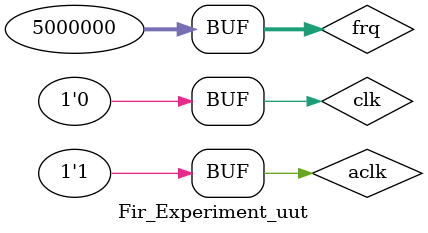
<source format=v>
`timescale 1ns / 1ps


module Fir_Experiment_uut;

	// Inputs
	reg clk, aclk;
	reg [31:0] frq;

	// Outputs
	wire s_axis_data_tready;
	wire m_axis_data_tvalid;
	wire [15:0] m_axis_data_tdata;
   wire [15:0] sin_source_signal;

	// Instantiate the Unit Under Test (UUT)
	FIR_Experiment uut (
		.clk(clk),
		.frq(frq), 
		.s_axis_data_tready(s_axis_data_tready), 
		.m_axis_data_tvalid(m_axis_data_tvalid), 
		.m_axis_data_tdata(m_axis_data_tdata),
      .sin_source_signal(sin_source_signal)
	);

   always begin
      #2.5 aclk = ~clk;
   end

	initial begin
		// Initialize Inputs
		clk = 0;
		frq = 32'd5000000;

		// Wait 100 ns for global reset to finish
		#500;
        
		// Add stimulus here

	end
      
endmodule


</source>
